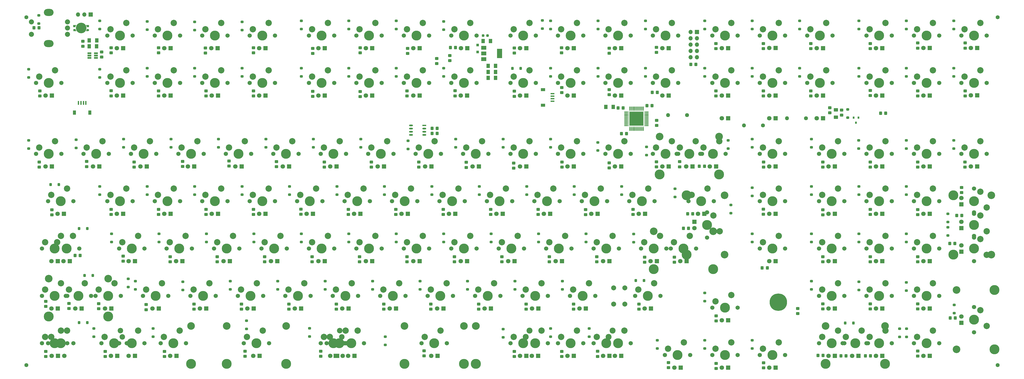
<source format=gbr>
G04 #@! TF.GenerationSoftware,KiCad,Pcbnew,(6.0.5)*
G04 #@! TF.CreationDate,2022-06-06T08:19:00-04:00*
G04 #@! TF.ProjectId,Boston-keyboard-V06-1D,426f7374-6f6e-42d6-9b65-79626f617264,rev?*
G04 #@! TF.SameCoordinates,Original*
G04 #@! TF.FileFunction,Soldermask,Bot*
G04 #@! TF.FilePolarity,Negative*
%FSLAX46Y46*%
G04 Gerber Fmt 4.6, Leading zero omitted, Abs format (unit mm)*
G04 Created by KiCad (PCBNEW (6.0.5)) date 2022-06-06 08:19:00*
%MOMM*%
%LPD*%
G01*
G04 APERTURE LIST*
G04 Aperture macros list*
%AMRoundRect*
0 Rectangle with rounded corners*
0 $1 Rounding radius*
0 $2 $3 $4 $5 $6 $7 $8 $9 X,Y pos of 4 corners*
0 Add a 4 corners polygon primitive as box body*
4,1,4,$2,$3,$4,$5,$6,$7,$8,$9,$2,$3,0*
0 Add four circle primitives for the rounded corners*
1,1,$1+$1,$2,$3*
1,1,$1+$1,$4,$5*
1,1,$1+$1,$6,$7*
1,1,$1+$1,$8,$9*
0 Add four rect primitives between the rounded corners*
20,1,$1+$1,$2,$3,$4,$5,0*
20,1,$1+$1,$4,$5,$6,$7,0*
20,1,$1+$1,$6,$7,$8,$9,0*
20,1,$1+$1,$8,$9,$2,$3,0*%
%AMFreePoly0*
4,1,30,0.525059,0.400000,0.532183,0.397025,0.539142,0.394142,0.539154,0.394113,0.539183,0.394101,0.542091,0.387023,0.545000,0.380000,0.545000,-0.380000,0.539142,-0.394142,0.525000,-0.400000,-0.650000,-0.400000,-0.664142,-0.394142,-0.670000,-0.380000,-0.664142,-0.365858,-0.655245,-0.362173,-0.655309,-0.362083,-0.652804,-0.346982,-0.648525,-0.343921,-0.554181,-0.175756,-0.473638,0.004780,
-0.409952,0.191928,-0.364797,0.379387,-0.365041,0.380580,-0.365871,0.382599,-0.365592,0.383267,-0.365853,0.384541,-0.363693,0.387815,-0.359972,0.396724,-0.345813,0.402541,0.525059,0.400000,0.525059,0.400000,$1*%
%AMFreePoly1*
4,1,34,0.539142,0.394142,0.545000,0.380000,0.545000,-0.380000,0.542091,-0.387023,0.539183,-0.394101,0.539154,-0.394113,0.539142,-0.394142,0.532183,-0.397025,0.525059,-0.400000,-0.345813,-0.402541,-0.359972,-0.396724,-0.365871,-0.382599,-0.363699,-0.377313,-0.368760,-0.369759,-0.367711,-0.364454,-0.414942,-0.174744,-0.481229,0.014483,-0.564791,0.196743,-0.661662,0.364831,-0.664142,0.365858,
-0.665002,0.367933,-0.666846,0.369219,-0.667839,0.374782,-0.670000,0.380000,-0.669140,0.382076,-0.669535,0.384289,-0.666303,0.388925,-0.664142,0.394142,-0.662067,0.395002,-0.660781,0.396846,-0.655218,0.397839,-0.650000,0.400000,0.525000,0.400000,0.539142,0.394142,0.539142,0.394142,$1*%
%AMFreePoly2*
4,1,33,0.319736,0.407785,0.429772,0.357533,0.521194,0.278316,0.586594,0.176551,0.620674,0.060484,0.620674,-0.060484,0.586594,-0.176551,0.521194,-0.278316,0.429772,-0.357533,0.319736,-0.407785,0.199999,-0.425000,-0.575001,-0.424979,-0.592678,-0.417657,-0.600000,-0.399978,-0.592678,-0.382301,-0.590148,-0.381253,-0.588853,-0.372454,-0.584377,-0.369127,-0.488092,-0.190005,-0.406501,0.001887,
-0.342723,0.200411,-0.298808,0.397122,-0.300000,0.400000,-0.299129,0.402104,-0.299623,0.404329,-0.295567,0.410704,-0.292678,0.417678,-0.290574,0.418549,-0.289351,0.420472,-0.281976,0.422110,-0.275000,0.425000,0.200000,0.425000,0.319736,0.407785,0.319736,0.407785,$1*%
G04 Aperture macros list end*
%ADD10R,1.800000X1.800000*%
%ADD11C,1.800000*%
%ADD12R,2.200000X1.800000*%
%ADD13C,0.800000*%
%ADD14C,7.000000*%
%ADD15C,1.600000*%
%ADD16O,1.600000X1.600000*%
%ADD17C,1.596000*%
%ADD18C,2.000000*%
%ADD19R,1.700000X1.700000*%
%ADD20O,1.700000X1.700000*%
%ADD21O,2.768600X1.651000*%
%ADD22C,1.016000*%
%ADD23C,2.032000*%
%ADD24O,3.900000X2.799999*%
%ADD25RoundRect,0.249999X-0.325001X-0.450001X0.325001X-0.450001X0.325001X0.450001X-0.325001X0.450001X0*%
%ADD26RoundRect,0.250000X-0.350000X0.250000X-0.350000X-0.250000X0.350000X-0.250000X0.350000X0.250000X0*%
%ADD27C,3.987800*%
%ADD28C,1.701800*%
%ADD29C,2.540000*%
%ADD30RoundRect,0.249999X0.325001X0.450001X-0.325001X0.450001X-0.325001X-0.450001X0.325001X-0.450001X0*%
%ADD31RoundRect,0.249999X-0.450001X0.325001X-0.450001X-0.325001X0.450001X-0.325001X0.450001X0.325001X0*%
%ADD32C,3.048000*%
%ADD33RoundRect,0.250001X-0.462499X-0.624999X0.462499X-0.624999X0.462499X0.624999X-0.462499X0.624999X0*%
%ADD34RoundRect,0.250000X0.250000X0.350000X-0.250000X0.350000X-0.250000X-0.350000X0.250000X-0.350000X0*%
%ADD35RoundRect,0.250000X0.325000X0.450000X-0.325000X0.450000X-0.325000X-0.450000X0.325000X-0.450000X0*%
%ADD36C,2.400000*%
%ADD37RoundRect,0.249999X0.450001X-0.325001X0.450001X0.325001X-0.450001X0.325001X-0.450001X-0.325001X0*%
%ADD38R,2.000000X1.500000*%
%ADD39R,2.000000X3.800000*%
%ADD40R,1.550000X0.600000*%
%ADD41RoundRect,0.300000X0.475000X0.000000X-0.475000X0.000000X-0.475000X0.000000X0.475000X0.000000X0*%
%ADD42RoundRect,0.250000X-0.450000X0.325000X-0.450000X-0.325000X0.450000X-0.325000X0.450000X0.325000X0*%
%ADD43R,1.100000X1.100000*%
%ADD44C,2.200000*%
%ADD45R,1.800000X1.200000*%
%ADD46C,0.500000*%
%ADD47RoundRect,0.237500X0.287500X0.237500X-0.287500X0.237500X-0.287500X-0.237500X0.287500X-0.237500X0*%
%ADD48RoundRect,0.250001X-0.624999X0.462499X-0.624999X-0.462499X0.624999X-0.462499X0.624999X0.462499X0*%
%ADD49O,5.000000X1.701800*%
%ADD50RoundRect,0.250000X0.450000X-0.325000X0.450000X0.325000X-0.450000X0.325000X-0.450000X-0.325000X0*%
%ADD51RoundRect,0.075000X0.662500X0.075000X-0.662500X0.075000X-0.662500X-0.075000X0.662500X-0.075000X0*%
%ADD52RoundRect,0.075000X0.075000X0.662500X-0.075000X0.662500X-0.075000X-0.662500X0.075000X-0.662500X0*%
%ADD53RoundRect,0.250000X-0.325000X-0.450000X0.325000X-0.450000X0.325000X0.450000X-0.325000X0.450000X0*%
%ADD54R,1.560000X0.650000*%
%ADD55R,0.600000X1.550000*%
%ADD56R,1.200000X1.800000*%
%ADD57RoundRect,0.062500X0.375000X0.062500X-0.375000X0.062500X-0.375000X-0.062500X0.375000X-0.062500X0*%
%ADD58RoundRect,0.062500X0.062500X0.375000X-0.062500X0.375000X-0.062500X-0.375000X0.062500X-0.375000X0*%
%ADD59R,5.600000X5.600000*%
%ADD60C,4.250000*%
%ADD61FreePoly0,180.000000*%
%ADD62FreePoly1,180.000000*%
%ADD63FreePoly2,0.000000*%
%ADD64FreePoly1,0.000000*%
%ADD65R,0.800000X0.900000*%
G04 APERTURE END LIST*
D10*
X69657600Y-168280000D03*
D11*
X72197600Y-168280000D03*
D12*
X181420000Y-168280000D03*
D11*
X183960000Y-168280000D03*
D10*
X381595000Y-130180000D03*
D11*
X379055000Y-130180000D03*
D10*
X181570000Y-92080000D03*
D11*
X179030000Y-92080000D03*
D10*
X419695000Y-168280000D03*
D11*
X417155000Y-168280000D03*
D13*
X360749655Y-144793345D03*
X358893500Y-149274500D03*
X361518500Y-146649500D03*
X357037345Y-148505655D03*
X357037345Y-144793345D03*
X358893500Y-144024500D03*
X360749655Y-148505655D03*
D14*
X358893500Y-146649500D03*
D13*
X356268500Y-146649500D03*
D10*
X253007500Y-130180000D03*
D11*
X250467500Y-130180000D03*
D10*
X69657600Y-168280000D03*
D11*
X67117600Y-168280000D03*
D10*
X238720000Y-92080000D03*
D11*
X236180000Y-92080000D03*
D10*
X152995000Y-111130000D03*
D11*
X150455000Y-111130000D03*
D10*
X333970000Y-92080000D03*
D11*
X331430000Y-92080000D03*
D10*
X167282500Y-149230000D03*
D11*
X164742500Y-149230000D03*
D10*
X233957500Y-63505000D03*
D11*
X231417500Y-63505000D03*
D10*
X338732500Y-153992500D03*
D11*
X336192500Y-153992500D03*
D10*
X419695000Y-92080000D03*
D11*
X417155000Y-92080000D03*
D10*
X438745000Y-44429600D03*
D11*
X436205000Y-44429600D03*
D10*
X114895000Y-63505000D03*
D11*
X112355000Y-63505000D03*
D10*
X195857500Y-44455000D03*
D11*
X193317500Y-44455000D03*
D10*
X114895000Y-111130000D03*
D11*
X112355000Y-111130000D03*
D10*
X400645000Y-63530400D03*
D11*
X398105000Y-63530400D03*
D10*
X419695000Y-44429600D03*
D11*
X417155000Y-44429600D03*
D10*
X381595000Y-149230000D03*
D11*
X379055000Y-149230000D03*
D10*
X276820000Y-168280000D03*
D11*
X274280000Y-168280000D03*
D10*
X233995600Y-44455000D03*
D11*
X231455600Y-44455000D03*
D10*
X432395000Y-107320000D03*
D11*
X432395000Y-104780000D03*
D10*
X138707500Y-130180000D03*
D11*
X136167500Y-130180000D03*
D10*
X210145000Y-111130000D03*
D11*
X207605000Y-111130000D03*
D10*
X314915000Y-92062500D03*
D11*
X312375000Y-92062500D03*
D10*
X257770000Y-44455000D03*
D11*
X255230000Y-44455000D03*
D10*
X329207500Y-111130000D03*
D11*
X326667500Y-111130000D03*
D10*
X67270000Y-92080000D03*
D11*
X64730000Y-92080000D03*
D10*
X357782500Y-111130000D03*
D11*
X355242500Y-111130000D03*
D10*
X91082500Y-149230000D03*
D11*
X88542500Y-149230000D03*
D10*
X381595000Y-92080000D03*
D11*
X379055000Y-92080000D03*
D10*
X119657500Y-130180000D03*
D11*
X117117500Y-130180000D03*
D10*
X419695000Y-149230000D03*
D11*
X417155000Y-149230000D03*
D10*
X257770000Y-63505000D03*
D11*
X255230000Y-63505000D03*
D10*
X314920000Y-63500000D03*
D11*
X312380000Y-63500000D03*
D10*
X438745000Y-63479600D03*
D11*
X436205000Y-63479600D03*
D10*
X338732500Y-72712500D03*
D11*
X336192500Y-72712500D03*
D10*
X432395000Y-116845000D03*
D11*
X432395000Y-114305000D03*
D10*
X219670000Y-92080000D03*
D11*
X217130000Y-92080000D03*
D10*
X69651250Y-130180000D03*
D11*
X67111250Y-130180000D03*
D10*
X114895000Y-44455000D03*
D11*
X112355000Y-44455000D03*
D10*
X432395000Y-154945000D03*
D11*
X432395000Y-152405000D03*
D10*
X152995000Y-44455000D03*
D11*
X150455000Y-44455000D03*
D10*
X205382500Y-149230000D03*
D11*
X202842500Y-149230000D03*
D10*
X214907500Y-44455000D03*
D11*
X212367500Y-44455000D03*
D10*
X105370000Y-92080000D03*
D11*
X102830000Y-92080000D03*
D10*
X295870000Y-63505000D03*
D11*
X293330000Y-63505000D03*
D15*
X352700000Y-75600000D03*
D16*
X345080000Y-75600000D03*
D10*
X338745200Y-44455000D03*
D11*
X336205200Y-44455000D03*
D10*
X200620000Y-92080000D03*
D11*
X198080000Y-92080000D03*
D10*
X419695000Y-63530400D03*
D11*
X417155000Y-63530400D03*
D10*
X93463750Y-168280000D03*
D11*
X90923750Y-168280000D03*
D10*
X438745000Y-92080000D03*
D11*
X436205000Y-92080000D03*
D10*
X186332500Y-149230000D03*
D11*
X183792500Y-149230000D03*
D10*
X276820000Y-92080000D03*
D11*
X274280000Y-92080000D03*
D12*
X181570000Y-168280000D03*
D11*
X179030000Y-168280000D03*
D10*
X357782500Y-130180000D03*
D11*
X355242500Y-130180000D03*
D17*
X447000000Y-32000000D03*
D10*
X357782500Y-72712500D03*
D11*
X355242500Y-72712500D03*
D10*
X338732500Y-63500000D03*
D11*
X336192500Y-63500000D03*
D10*
X95845000Y-63505000D03*
D11*
X93305000Y-63505000D03*
D10*
X176807500Y-44455000D03*
D11*
X174267500Y-44455000D03*
D10*
X172045000Y-111130000D03*
D11*
X169505000Y-111130000D03*
D10*
X176807500Y-63505000D03*
D11*
X174267500Y-63505000D03*
D10*
X176807500Y-130180000D03*
D11*
X174267500Y-130180000D03*
D10*
X381595000Y-168280000D03*
D11*
X379055000Y-168280000D03*
D10*
X276820000Y-63505000D03*
D11*
X274280000Y-63505000D03*
D10*
X325238750Y-114305000D03*
D11*
X325238750Y-116845000D03*
D18*
X292750000Y-147400000D03*
X292750000Y-140900000D03*
X297250000Y-140900000D03*
X297250000Y-147400000D03*
D10*
X100594800Y-168305400D03*
D11*
X98054800Y-168305400D03*
D10*
X69651250Y-149230000D03*
D11*
X67111250Y-149230000D03*
D10*
X400645000Y-130180000D03*
D11*
X398105000Y-130180000D03*
D10*
X150609000Y-168262000D03*
D11*
X148069000Y-168262000D03*
D10*
X222060000Y-168265000D03*
D11*
X219520000Y-168265000D03*
D10*
X162520000Y-92080000D03*
D11*
X159980000Y-92080000D03*
D10*
X248245000Y-111130000D03*
D11*
X245705000Y-111130000D03*
D10*
X400645000Y-149230000D03*
D11*
X398105000Y-149230000D03*
D10*
X400645000Y-92080000D03*
D11*
X398105000Y-92080000D03*
D19*
X82825000Y-30950000D03*
D20*
X80285000Y-30950000D03*
X77745000Y-30950000D03*
D10*
X95845000Y-44455000D03*
D11*
X93305000Y-44455000D03*
D17*
X57000000Y-172000000D03*
D10*
X257770000Y-92080000D03*
D11*
X255230000Y-92080000D03*
D10*
X291094800Y-168280000D03*
D11*
X288554800Y-168280000D03*
D10*
X157757500Y-130180000D03*
D11*
X155217500Y-130180000D03*
D10*
X191095000Y-111130000D03*
D11*
X188555000Y-111130000D03*
D10*
X400645000Y-44480400D03*
D11*
X398105000Y-44480400D03*
D10*
X110132500Y-149230000D03*
D11*
X107592500Y-149230000D03*
D10*
X67270000Y-63530400D03*
D11*
X64730000Y-63530400D03*
D10*
X357800000Y-63500000D03*
D11*
X355260000Y-63500000D03*
D10*
X319682500Y-173042500D03*
D11*
X317142500Y-173042500D03*
D10*
X262519800Y-168254600D03*
D11*
X259979800Y-168254600D03*
D10*
X295870000Y-168280000D03*
D11*
X293330000Y-168280000D03*
D10*
X322063750Y-130180000D03*
D11*
X319523750Y-130180000D03*
D10*
X276820000Y-44455000D03*
D11*
X274280000Y-44455000D03*
D10*
X357782500Y-92080000D03*
D11*
X355242500Y-92080000D03*
D10*
X224432500Y-149230000D03*
D11*
X221892500Y-149230000D03*
D10*
X229195000Y-111130000D03*
D11*
X226655000Y-111130000D03*
D10*
X357782500Y-173042500D03*
D11*
X355242500Y-173042500D03*
D10*
X133818000Y-44455000D03*
D11*
X131278000Y-44455000D03*
D17*
X57000000Y-32000000D03*
D10*
X262532500Y-149230000D03*
D11*
X259992500Y-149230000D03*
D10*
X432395000Y-126370000D03*
D11*
X432395000Y-123830000D03*
D10*
X188707400Y-168280000D03*
D11*
X186167400Y-168280000D03*
D10*
X324445000Y-92080000D03*
D11*
X321905000Y-92080000D03*
D10*
X100607500Y-130180000D03*
D11*
X98067500Y-130180000D03*
D10*
X376832500Y-63500000D03*
D11*
X374292500Y-63500000D03*
D10*
X419695000Y-130180000D03*
D11*
X417155000Y-130180000D03*
D10*
X419695000Y-111130000D03*
D11*
X417155000Y-111130000D03*
D10*
X72032500Y-111130000D03*
D11*
X69492500Y-111130000D03*
D10*
X291107500Y-130180000D03*
D11*
X288567500Y-130180000D03*
D10*
X338732500Y-173042500D03*
D11*
X336192500Y-173042500D03*
D10*
X286345000Y-111130000D03*
D11*
X283805000Y-111130000D03*
D21*
X66000000Y-30125000D03*
D22*
X59000000Y-38875000D03*
X73500000Y-33875000D03*
X73500000Y-38875000D03*
X73500000Y-36375000D03*
D21*
X66000000Y-42625000D03*
D22*
X59000000Y-33875000D03*
D23*
X73500000Y-38875000D03*
X73500000Y-33875000D03*
X73500000Y-36375000D03*
D24*
X66000000Y-30125000D03*
X66000000Y-42625000D03*
D23*
X59000000Y-38875000D03*
X59000000Y-33875000D03*
D10*
X307776250Y-149230000D03*
D11*
X305236250Y-149230000D03*
D10*
X152995000Y-63505000D03*
D11*
X150455000Y-63505000D03*
D10*
X272057500Y-130180000D03*
D11*
X269517500Y-130180000D03*
D10*
X124420000Y-92080000D03*
D11*
X121880000Y-92080000D03*
D10*
X233957500Y-130180000D03*
D11*
X231417500Y-130180000D03*
D10*
X117282600Y-168280000D03*
D11*
X114742600Y-168280000D03*
D10*
X314920000Y-44455000D03*
D11*
X312380000Y-44455000D03*
D10*
X257770000Y-168280000D03*
D11*
X255230000Y-168280000D03*
D10*
X133945000Y-63505000D03*
D11*
X131405000Y-63505000D03*
D10*
X129182500Y-149230000D03*
D11*
X126642500Y-149230000D03*
D10*
X305395000Y-111130000D03*
D11*
X302855000Y-111130000D03*
D10*
X295870000Y-44455000D03*
D11*
X293330000Y-44455000D03*
D15*
X370000000Y-72700000D03*
D16*
X362380000Y-72700000D03*
D10*
X214907500Y-130180000D03*
D11*
X212367500Y-130180000D03*
D10*
X79176250Y-149230000D03*
D11*
X76636250Y-149230000D03*
D10*
X400645000Y-168280000D03*
D11*
X398105000Y-168280000D03*
D10*
X281582500Y-149230000D03*
D11*
X279042500Y-149230000D03*
D10*
X357782500Y-44429600D03*
D11*
X355242500Y-44429600D03*
D10*
X143470000Y-92080000D03*
D11*
X140930000Y-92080000D03*
D10*
X391120000Y-168280000D03*
D11*
X388580000Y-168280000D03*
D10*
X310157500Y-130180000D03*
D11*
X307617500Y-130180000D03*
D10*
X295870000Y-92080000D03*
D11*
X293330000Y-92080000D03*
D10*
X95845000Y-111130000D03*
D11*
X93305000Y-111130000D03*
D19*
X326250000Y-38000000D03*
D20*
X323710000Y-38000000D03*
X326250000Y-40540000D03*
X323710000Y-40540000D03*
X326250000Y-43080000D03*
X323710000Y-43080000D03*
X326250000Y-45620000D03*
X323710000Y-45620000D03*
X326250000Y-48160000D03*
X323710000Y-48160000D03*
D10*
X74413750Y-130180000D03*
D11*
X71873750Y-130180000D03*
D10*
X214907500Y-63505000D03*
D11*
X212367500Y-63505000D03*
D10*
X376832500Y-72712500D03*
D11*
X374292500Y-72712500D03*
D15*
X322220000Y-71400000D03*
D16*
X314600000Y-71400000D03*
D10*
X376832500Y-44480400D03*
D11*
X374292500Y-44480400D03*
D10*
X86320000Y-92080000D03*
D11*
X83780000Y-92080000D03*
D10*
X267295000Y-111130000D03*
D11*
X264755000Y-111130000D03*
D10*
X243482500Y-149230000D03*
D11*
X240942500Y-149230000D03*
D10*
X133945000Y-111130000D03*
D11*
X131405000Y-111130000D03*
D10*
X195857500Y-130180000D03*
D11*
X193317500Y-130180000D03*
D10*
X381595000Y-111130000D03*
D11*
X379055000Y-111130000D03*
D17*
X447000000Y-172000000D03*
D10*
X148232500Y-149230000D03*
D11*
X145692500Y-149230000D03*
D10*
X195857500Y-63505000D03*
D11*
X193317500Y-63505000D03*
D10*
X400645000Y-111130000D03*
D11*
X398105000Y-111130000D03*
D25*
X374855000Y-168121250D03*
X376905000Y-168121250D03*
D26*
X124578750Y-100113750D03*
X124578750Y-103413750D03*
D27*
X275550000Y-87000000D03*
D28*
X280630000Y-87000000D03*
X270470000Y-87000000D03*
D29*
X278090000Y-81920000D03*
X271740000Y-84460000D03*
D30*
X78625000Y-127900000D03*
X76575000Y-127900000D03*
D31*
X148153125Y-109311250D03*
X148153125Y-111361250D03*
D32*
X401788000Y-156215000D03*
D27*
X401788000Y-171455000D03*
D32*
X377912000Y-156215000D03*
D28*
X394930000Y-163200000D03*
X384770000Y-163200000D03*
D27*
X377912000Y-171455000D03*
X389850000Y-163200000D03*
D29*
X392390000Y-158120000D03*
X386040000Y-160660000D03*
D33*
X240412500Y-41625000D03*
X243387500Y-41625000D03*
D26*
X238878750Y-100113750D03*
X238878750Y-103413750D03*
D34*
X255450000Y-52600000D03*
X252150000Y-52600000D03*
D33*
X242412500Y-56425000D03*
X245387500Y-56425000D03*
D35*
X221955000Y-78800000D03*
X219905000Y-78800000D03*
D26*
X97908750Y-137261250D03*
X97908750Y-140561250D03*
D28*
X256817500Y-125100000D03*
D27*
X251737500Y-125100000D03*
D28*
X246657500Y-125100000D03*
D29*
X254277500Y-120020000D03*
X247927500Y-122560000D03*
D31*
X262453125Y-109311250D03*
X262453125Y-111361250D03*
D26*
X286503750Y-52488750D03*
X286503750Y-55788750D03*
D31*
X157440000Y-90102500D03*
X157440000Y-92152500D03*
D28*
X413345000Y-163200000D03*
X423505000Y-163200000D03*
D27*
X418425000Y-163200000D03*
D29*
X420965000Y-158120000D03*
X414615000Y-160660000D03*
D31*
X67220000Y-109470000D03*
X67220000Y-111520000D03*
X252690000Y-90737500D03*
X252690000Y-92787500D03*
D28*
X261580000Y-163200000D03*
D27*
X256500000Y-163200000D03*
D28*
X251420000Y-163200000D03*
D36*
X259040000Y-158120000D03*
D29*
X252690000Y-160660000D03*
D37*
X290975000Y-46500000D03*
X290975000Y-44450000D03*
D31*
X190777500Y-128361250D03*
X190777500Y-130411250D03*
D26*
X224591250Y-52488750D03*
X224591250Y-55788750D03*
D37*
X252925000Y-46450000D03*
X252925000Y-44400000D03*
D31*
X276740625Y-147411250D03*
X276740625Y-149461250D03*
D28*
X99655000Y-58425000D03*
X89495000Y-58425000D03*
D27*
X94575000Y-58425000D03*
D29*
X97115000Y-53345000D03*
X90765000Y-55885000D03*
D28*
X299045000Y-106050000D03*
X309205000Y-106050000D03*
D27*
X304125000Y-106050000D03*
D29*
X306665000Y-100970000D03*
X300315000Y-103510000D03*
D38*
X240650000Y-48925000D03*
X240650000Y-46625000D03*
D39*
X246950000Y-46625000D03*
D38*
X240650000Y-44325000D03*
D26*
X276978750Y-100113750D03*
X276978750Y-103413750D03*
D28*
X218717500Y-39375000D03*
D27*
X213637500Y-39375000D03*
D28*
X208557500Y-39375000D03*
D29*
X216177500Y-34295000D03*
X209827500Y-36835000D03*
D31*
X414853125Y-61686250D03*
X414853125Y-63736250D03*
D26*
X348416250Y-81063750D03*
X348416250Y-84363750D03*
D31*
X171727500Y-128361250D03*
X171727500Y-130411250D03*
D33*
X242412500Y-54025000D03*
X245387500Y-54025000D03*
D31*
X209827500Y-128361250D03*
X209827500Y-130411250D03*
D26*
X57903750Y-52965000D03*
X57903750Y-56265000D03*
D40*
X216800000Y-75585000D03*
D41*
X216800000Y-76855000D03*
X216800000Y-78125000D03*
X216800000Y-79395000D03*
X211400000Y-79395000D03*
X211400000Y-78125000D03*
X211400000Y-76855000D03*
X211400000Y-75585000D03*
D28*
X437475000Y-111130000D03*
D27*
X437475000Y-106050000D03*
D28*
X437475000Y-100970000D03*
D29*
X442555000Y-108590000D03*
X440015000Y-102240000D03*
D42*
X87200000Y-46000000D03*
X87200000Y-48050000D03*
D28*
X342542500Y-58425000D03*
X332382500Y-58425000D03*
D27*
X337462500Y-58425000D03*
D29*
X340002500Y-53345000D03*
X333652500Y-55885000D03*
D28*
X351432500Y-125100000D03*
D27*
X356512500Y-125100000D03*
D28*
X361592500Y-125100000D03*
D29*
X359052500Y-120020000D03*
X352702500Y-122560000D03*
D26*
X348416250Y-33438750D03*
X348416250Y-36738750D03*
D28*
X351432500Y-106050000D03*
X361592500Y-106050000D03*
D27*
X356512500Y-106050000D03*
D29*
X359052500Y-100970000D03*
X352702500Y-103510000D03*
D26*
X76953750Y-81318750D03*
X76953750Y-84618750D03*
D31*
X243403125Y-109311250D03*
X243403125Y-111361250D03*
D26*
X115053750Y-81063750D03*
X115053750Y-84363750D03*
D31*
X152677500Y-128361250D03*
X152677500Y-130411250D03*
X352940625Y-42636250D03*
X352940625Y-44686250D03*
D43*
X238150000Y-43225000D03*
X238150000Y-46025000D03*
D26*
X205541250Y-52488750D03*
X205541250Y-55788750D03*
D33*
X82262500Y-41325000D03*
X85237500Y-41325000D03*
D27*
X418425000Y-125100000D03*
D28*
X423505000Y-125100000D03*
X413345000Y-125100000D03*
D29*
X420965000Y-120020000D03*
X414615000Y-122560000D03*
D28*
X97273750Y-163200000D03*
D27*
X92193750Y-163200000D03*
D28*
X87113750Y-163200000D03*
D44*
X94733750Y-158120000D03*
D29*
X88383750Y-160660000D03*
D27*
X89844250Y-152405000D03*
D28*
X72826250Y-144150000D03*
D32*
X89844250Y-137165000D03*
D28*
X82986250Y-144150000D03*
D32*
X65968250Y-137165000D03*
D27*
X77906250Y-144150000D03*
X65968250Y-152405000D03*
D29*
X80446250Y-139070000D03*
X74096250Y-141610000D03*
D26*
X243641250Y-119163750D03*
X243641250Y-122463750D03*
D28*
X142517500Y-125100000D03*
D27*
X137437500Y-125100000D03*
D28*
X132357500Y-125100000D03*
D29*
X139977500Y-120020000D03*
X133627500Y-122560000D03*
D31*
X433903125Y-42398125D03*
X433903125Y-44448125D03*
D27*
X294600000Y-39375000D03*
D28*
X299680000Y-39375000D03*
X289520000Y-39375000D03*
D29*
X297140000Y-34295000D03*
X290790000Y-36835000D03*
D31*
X219352500Y-147411250D03*
X219352500Y-149461250D03*
D27*
X327937500Y-106050000D03*
D28*
X322857500Y-106050000D03*
X333017500Y-106050000D03*
D29*
X330477500Y-100970000D03*
X324127500Y-103510000D03*
D27*
X127912500Y-144150000D03*
D28*
X132992500Y-144150000D03*
X122832500Y-144150000D03*
D29*
X130452500Y-139070000D03*
X124102500Y-141610000D03*
D37*
X271900000Y-46375000D03*
X271900000Y-44325000D03*
D26*
X329366250Y-33438750D03*
X329366250Y-36738750D03*
D27*
X261262500Y-144150000D03*
D28*
X266342500Y-144150000D03*
X256182500Y-144150000D03*
D29*
X263802500Y-139070000D03*
X257452500Y-141610000D03*
D27*
X68381250Y-144150000D03*
D28*
X63301250Y-144150000D03*
X73461250Y-144150000D03*
D29*
X70921250Y-139070000D03*
X64571250Y-141610000D03*
D28*
X208557500Y-125100000D03*
X218717500Y-125100000D03*
D27*
X213637500Y-125100000D03*
D29*
X216177500Y-120020000D03*
X209827500Y-122560000D03*
D26*
X172203750Y-81063750D03*
X172203750Y-84363750D03*
D27*
X180300000Y-87000000D03*
D28*
X175220000Y-87000000D03*
X185380000Y-87000000D03*
D29*
X182840000Y-81920000D03*
X176490000Y-84460000D03*
D31*
X302934375Y-147411250D03*
X302934375Y-149461250D03*
D27*
X332731964Y-133355000D03*
X308855964Y-133355000D03*
D28*
X325873964Y-125100000D03*
X315713964Y-125100000D03*
D32*
X332731964Y-118115000D03*
D27*
X320793964Y-125100000D03*
D32*
X308855964Y-118115000D03*
D29*
X323333964Y-120020000D03*
X316983964Y-122560000D03*
D31*
X81240000Y-90075000D03*
X81240000Y-92125000D03*
D26*
X219828750Y-100113750D03*
X219828750Y-103413750D03*
D28*
X289520000Y-87000000D03*
D27*
X294600000Y-87000000D03*
D28*
X299680000Y-87000000D03*
D29*
X297140000Y-81920000D03*
X290790000Y-84460000D03*
D31*
X228877500Y-128361250D03*
X228877500Y-130411250D03*
D42*
X309950000Y-90165000D03*
X309950000Y-92215000D03*
D27*
X151725000Y-58425000D03*
D28*
X156805000Y-58425000D03*
X146645000Y-58425000D03*
D29*
X154265000Y-53345000D03*
X147915000Y-55885000D03*
D31*
X110053125Y-109311250D03*
X110053125Y-111361250D03*
D28*
X199667500Y-125100000D03*
D27*
X194587500Y-125100000D03*
D28*
X189507500Y-125100000D03*
D29*
X197127500Y-120020000D03*
X190777500Y-122560000D03*
D31*
X333900000Y-171325000D03*
X333900000Y-173375000D03*
X138390000Y-89857500D03*
X138390000Y-91907500D03*
D26*
X57903750Y-81540000D03*
X57903750Y-84840000D03*
D31*
X64800000Y-146300000D03*
X64800000Y-148350000D03*
D28*
X251420160Y-39375000D03*
X261580160Y-39375000D03*
D27*
X256500160Y-39375000D03*
D29*
X259040160Y-34295000D03*
X252690160Y-36835000D03*
D31*
X414850000Y-166325000D03*
X414850000Y-168375000D03*
D26*
X167441250Y-119163750D03*
X167441250Y-122463750D03*
D27*
X218400000Y-87000000D03*
D28*
X223480000Y-87000000D03*
X213320000Y-87000000D03*
D29*
X220940000Y-81920000D03*
X214590000Y-84460000D03*
D28*
X442555000Y-87000000D03*
D27*
X437475000Y-87000000D03*
D28*
X432395000Y-87000000D03*
D29*
X440015000Y-81920000D03*
X433665000Y-84460000D03*
D34*
X304950000Y-137925000D03*
X301650000Y-137925000D03*
D37*
X110053125Y-46353125D03*
X110053125Y-44303125D03*
D26*
X410328750Y-100113750D03*
X410328750Y-103413750D03*
D25*
X320800625Y-116924375D03*
X322850625Y-116924375D03*
D35*
X296625000Y-68500000D03*
X294575000Y-68500000D03*
D37*
X210060000Y-46630000D03*
X210060000Y-44580000D03*
D28*
X108545000Y-106050000D03*
D27*
X113625000Y-106050000D03*
D28*
X118705000Y-106050000D03*
D29*
X116165000Y-100970000D03*
X109815000Y-103510000D03*
D31*
X352940625Y-109238750D03*
X352940625Y-111288750D03*
D28*
X284757500Y-163200000D03*
X294917500Y-163200000D03*
D27*
X289837500Y-163200000D03*
D36*
X292377500Y-158120000D03*
D29*
X286027500Y-160660000D03*
D27*
X189825000Y-106050000D03*
D28*
X194905000Y-106050000D03*
X184745000Y-106050000D03*
D29*
X192365000Y-100970000D03*
X186015000Y-103510000D03*
D26*
X61975000Y-31275000D03*
X61975000Y-34575000D03*
D31*
X281503125Y-109383750D03*
X281503125Y-111433750D03*
D28*
X113942500Y-144150000D03*
X103782500Y-144150000D03*
D27*
X108862500Y-144150000D03*
D29*
X111402500Y-139070000D03*
X105052500Y-141610000D03*
D28*
X404455000Y-144150000D03*
D27*
X399375000Y-144150000D03*
D28*
X394295000Y-144150000D03*
D29*
X401915000Y-139070000D03*
X395565000Y-141610000D03*
D31*
X129103125Y-61686250D03*
X129103125Y-63736250D03*
X353020000Y-171075000D03*
X353020000Y-173125000D03*
D28*
X179982500Y-144150000D03*
D27*
X185062500Y-144150000D03*
D28*
X190142500Y-144150000D03*
D29*
X187602500Y-139070000D03*
X181252500Y-141610000D03*
D26*
X367466250Y-33438750D03*
X367466250Y-36738750D03*
D28*
X79970000Y-87000000D03*
X90130000Y-87000000D03*
D27*
X85050000Y-87000000D03*
D29*
X87590000Y-81920000D03*
X81240000Y-84460000D03*
D31*
X95819600Y-128139000D03*
X95819600Y-130189000D03*
D28*
X318730000Y-87000000D03*
D27*
X313650000Y-87000000D03*
D28*
X308570000Y-87000000D03*
D29*
X316190000Y-81920000D03*
X309840000Y-84460000D03*
D26*
X143628750Y-33915000D03*
X143628750Y-37215000D03*
D31*
X352950000Y-90250000D03*
X352950000Y-92300000D03*
X395803125Y-61520625D03*
X395803125Y-63570625D03*
D28*
X128230000Y-87000000D03*
D27*
X123150000Y-87000000D03*
D28*
X118070000Y-87000000D03*
D29*
X125690000Y-81920000D03*
X119340000Y-84460000D03*
D31*
X91003125Y-61613750D03*
X91003125Y-63663750D03*
X333890625Y-42636250D03*
X333890625Y-44686250D03*
D42*
X366700000Y-149200000D03*
X366700000Y-151250000D03*
D26*
X429500000Y-147775000D03*
X429500000Y-151075000D03*
D28*
X413345000Y-87000000D03*
X423505000Y-87000000D03*
D27*
X418425000Y-87000000D03*
D29*
X420965000Y-81920000D03*
X414615000Y-84460000D03*
D27*
X437475000Y-58425000D03*
D28*
X432395000Y-58425000D03*
X442555000Y-58425000D03*
D29*
X440015000Y-53345000D03*
X433665000Y-55885000D03*
D28*
X199667606Y-39375000D03*
D27*
X194587606Y-39375000D03*
D28*
X189507606Y-39375000D03*
D29*
X197127606Y-34295000D03*
X190777606Y-36835000D03*
D31*
X266977500Y-128361250D03*
X266977500Y-130411250D03*
D28*
X404455000Y-39375000D03*
D27*
X399375000Y-39375000D03*
D28*
X394295000Y-39375000D03*
D29*
X401915000Y-34295000D03*
X395565000Y-36835000D03*
D31*
X86002500Y-147252500D03*
X86002500Y-149302500D03*
X414900000Y-147375000D03*
X414900000Y-149425000D03*
D26*
X205541250Y-33438750D03*
X205541250Y-36738750D03*
D31*
X352940625Y-61686250D03*
X352940625Y-63736250D03*
D28*
X385405000Y-163200000D03*
X375245000Y-163200000D03*
D27*
X380325000Y-163200000D03*
D29*
X382865000Y-158120000D03*
X376515000Y-160660000D03*
D27*
X151725000Y-39375000D03*
D28*
X156805000Y-39375000D03*
X146645000Y-39375000D03*
D29*
X154265000Y-34295000D03*
X147915000Y-36835000D03*
D26*
X317460000Y-101066250D03*
X317460000Y-104366250D03*
D31*
X124340625Y-147411250D03*
X124340625Y-149461250D03*
D26*
X124578750Y-52488750D03*
X124578750Y-55788750D03*
D42*
X79675000Y-41700000D03*
X79675000Y-43750000D03*
D26*
X84097500Y-157263750D03*
X84097500Y-160563750D03*
D31*
X229115625Y-61613750D03*
X229115625Y-63663750D03*
D27*
X270787500Y-125100000D03*
D28*
X275867500Y-125100000D03*
X265707500Y-125100000D03*
D29*
X273327500Y-120020000D03*
X266977500Y-122560000D03*
D31*
X333900000Y-152175000D03*
X333900000Y-154225000D03*
D28*
X237767500Y-58425000D03*
X227607500Y-58425000D03*
D27*
X232687500Y-58425000D03*
D29*
X235227500Y-53345000D03*
X228877500Y-55885000D03*
D40*
X268275000Y-65800000D03*
X268275000Y-64800000D03*
X268275000Y-63800000D03*
X268275000Y-62800000D03*
D45*
X264400000Y-67400000D03*
D46*
X265000000Y-67100000D03*
X265000000Y-61500000D03*
X263800000Y-67100000D03*
X265000000Y-67700000D03*
X264400000Y-61500000D03*
X264400000Y-67100000D03*
X263800000Y-60900000D03*
X265000000Y-60900000D03*
X263800000Y-67700000D03*
D45*
X264400000Y-61200000D03*
D46*
X264400000Y-60900000D03*
X264400000Y-67700000D03*
X263800000Y-61500000D03*
D27*
X399375000Y-125100000D03*
D28*
X404455000Y-125100000D03*
X394295000Y-125100000D03*
D29*
X401915000Y-120020000D03*
X395565000Y-122560000D03*
D31*
X62428125Y-61686250D03*
X62428125Y-63736250D03*
D27*
X275550000Y-39375000D03*
D28*
X280630000Y-39375000D03*
X270470000Y-39375000D03*
D29*
X278090000Y-34295000D03*
X271740000Y-36835000D03*
D27*
X337462500Y-148912500D03*
D28*
X342542500Y-148912500D03*
X332382500Y-148912500D03*
D29*
X340002500Y-143832500D03*
X333652500Y-146372500D03*
D31*
X186253125Y-109311250D03*
X186253125Y-111361250D03*
D34*
X81461250Y-117003750D03*
X78161250Y-117003750D03*
D31*
X214590000Y-90261250D03*
X214590000Y-92311250D03*
D26*
X348416250Y-162026250D03*
X348416250Y-165326250D03*
D28*
X209192500Y-144150000D03*
D27*
X204112500Y-144150000D03*
D28*
X199032500Y-144150000D03*
D29*
X206652500Y-139070000D03*
X200302500Y-141610000D03*
D32*
X208843250Y-156215000D03*
X232719250Y-156215000D03*
D28*
X225861250Y-163200000D03*
D27*
X208843250Y-171455000D03*
X220781250Y-163200000D03*
D28*
X215701250Y-163200000D03*
D27*
X232719250Y-171455000D03*
D29*
X223321250Y-158120000D03*
X216971250Y-160660000D03*
D26*
X124578750Y-33915000D03*
X124578750Y-37215000D03*
D47*
X242175000Y-39400000D03*
X240425000Y-39400000D03*
D32*
X337303750Y-127513000D03*
D27*
X330318750Y-115575000D03*
D32*
X337303750Y-103637000D03*
D27*
X322063750Y-127513000D03*
D28*
X330318750Y-120655000D03*
X330318750Y-110495000D03*
D27*
X322063750Y-103637000D03*
D29*
X335398750Y-118115000D03*
X332858750Y-111765000D03*
D31*
X271978125Y-60300000D03*
X271978125Y-62350000D03*
D25*
X427718750Y-123036250D03*
X429768750Y-123036250D03*
D26*
X91241250Y-119163750D03*
X91241250Y-122463750D03*
D25*
X322467500Y-111130000D03*
X324517500Y-111130000D03*
D31*
X433850000Y-90250000D03*
X433850000Y-92300000D03*
D26*
X339900000Y-107550000D03*
X339900000Y-110850000D03*
D28*
X170457500Y-58425000D03*
D27*
X175537500Y-58425000D03*
D28*
X180617500Y-58425000D03*
D29*
X178077500Y-53345000D03*
X171727500Y-55885000D03*
D28*
X437475000Y-120020000D03*
D27*
X437475000Y-125100000D03*
D28*
X437475000Y-130180000D03*
D29*
X442555000Y-127640000D03*
X440015000Y-121290000D03*
D28*
X327620000Y-87000000D03*
D27*
X332700000Y-87000000D03*
D28*
X337780000Y-87000000D03*
D29*
X335240000Y-81920000D03*
X328890000Y-84460000D03*
D26*
X119816250Y-138435000D03*
X119816250Y-141735000D03*
D25*
X352425000Y-132875000D03*
X354475000Y-132875000D03*
D31*
X129103125Y-109311250D03*
X129103125Y-111361250D03*
D28*
X187761250Y-163200000D03*
D27*
X182681250Y-163200000D03*
D28*
X177601250Y-163200000D03*
D29*
X185221250Y-158120000D03*
X178871250Y-160660000D03*
D26*
X296028750Y-100113750D03*
X296028750Y-103413750D03*
D31*
X64809375Y-166461250D03*
X64809375Y-168511250D03*
D26*
X86478750Y-52965000D03*
X86478750Y-56265000D03*
D28*
X170457590Y-39375000D03*
D27*
X175537590Y-39375000D03*
D28*
X180617590Y-39375000D03*
D29*
X178077590Y-34295000D03*
X171727590Y-36835000D03*
D27*
X285075000Y-106050000D03*
D28*
X290155000Y-106050000D03*
X279995000Y-106050000D03*
D29*
X287615000Y-100970000D03*
X281265000Y-103510000D03*
D25*
X308275000Y-62275000D03*
X310325000Y-62275000D03*
D31*
X395803125Y-109311250D03*
X395803125Y-111361250D03*
X317140000Y-128545000D03*
X317140000Y-130595000D03*
D28*
X394295000Y-106050000D03*
D27*
X399375000Y-106050000D03*
D28*
X404455000Y-106050000D03*
D29*
X401915000Y-100970000D03*
X395565000Y-103510000D03*
D26*
X329366250Y-142976250D03*
X329366250Y-146276250D03*
D28*
X118705000Y-39375000D03*
D27*
X113625000Y-39375000D03*
D28*
X108545000Y-39375000D03*
D29*
X116165000Y-34295000D03*
X109815000Y-36835000D03*
D48*
X382000000Y-69312500D03*
X382000000Y-72287500D03*
D28*
X227607500Y-125100000D03*
X237767500Y-125100000D03*
D27*
X232687500Y-125100000D03*
D29*
X235227500Y-120020000D03*
X228877500Y-122560000D03*
D26*
X348416250Y-119163750D03*
X348416250Y-122463750D03*
D28*
X127595000Y-106050000D03*
X137755000Y-106050000D03*
D27*
X132675000Y-106050000D03*
D29*
X135215000Y-100970000D03*
X128865000Y-103510000D03*
D28*
X189507500Y-58425000D03*
X199667500Y-58425000D03*
D27*
X194587500Y-58425000D03*
D29*
X197127500Y-53345000D03*
X190777500Y-55885000D03*
D26*
X429378750Y-52488750D03*
X429378750Y-55788750D03*
D27*
X137405750Y-171455000D03*
D28*
X154423750Y-163200000D03*
D27*
X161281750Y-171455000D03*
D32*
X137405750Y-156215000D03*
X161281750Y-156215000D03*
D27*
X149343750Y-163200000D03*
D28*
X144263750Y-163200000D03*
D29*
X151883750Y-158120000D03*
X145533750Y-160660000D03*
D31*
X171965625Y-61851875D03*
X171965625Y-63901875D03*
X162440625Y-147411250D03*
X162440625Y-149461250D03*
X376753125Y-90261250D03*
X376753125Y-92311250D03*
X247927500Y-128361250D03*
X247927500Y-130411250D03*
D27*
X237450000Y-171455000D03*
D49*
X185380000Y-163200000D03*
D28*
X175220000Y-163200000D03*
D32*
X123150000Y-156215000D03*
D27*
X180300000Y-163200000D03*
D32*
X237450000Y-156215000D03*
D27*
X123150000Y-171455000D03*
D44*
X182840000Y-158120000D03*
D29*
X176490000Y-160660000D03*
D31*
X200540625Y-147411250D03*
X200540625Y-149461250D03*
D26*
X306020000Y-84180000D03*
X306020000Y-87480000D03*
X129341250Y-119163750D03*
X129341250Y-122463750D03*
D28*
X394295000Y-163200000D03*
X404455000Y-163200000D03*
D27*
X399375000Y-163200000D03*
D29*
X401915000Y-158120000D03*
X395565000Y-160660000D03*
D50*
X310030000Y-75560000D03*
X310030000Y-73510000D03*
D31*
X114717200Y-128361250D03*
X114717200Y-130411250D03*
D28*
X160932500Y-144150000D03*
X171092500Y-144150000D03*
D27*
X166012500Y-144150000D03*
D29*
X168552500Y-139070000D03*
X162202500Y-141610000D03*
D27*
X337462500Y-167962500D03*
D28*
X332382500Y-167962500D03*
X342542500Y-167962500D03*
D29*
X340002500Y-162882500D03*
X333652500Y-165422500D03*
D28*
X65682500Y-106050000D03*
D27*
X70762500Y-106050000D03*
D28*
X75842500Y-106050000D03*
D29*
X73302500Y-100970000D03*
X66952500Y-103510000D03*
D31*
X395803125Y-128361250D03*
X395803125Y-130411250D03*
X205303125Y-109311250D03*
X205303125Y-111361250D03*
D37*
X191015625Y-46353125D03*
X191015625Y-44303125D03*
D31*
X333890625Y-61686250D03*
X333890625Y-63736250D03*
D26*
X329366250Y-162026250D03*
X329366250Y-165326250D03*
X372228750Y-100113750D03*
X372228750Y-103413750D03*
D28*
X89495000Y-106050000D03*
X99655000Y-106050000D03*
D27*
X94575000Y-106050000D03*
D29*
X97115000Y-100970000D03*
X90765000Y-103510000D03*
D26*
X338800000Y-81550000D03*
X338800000Y-84850000D03*
D31*
X224353125Y-109311250D03*
X224353125Y-111361250D03*
D27*
X66000000Y-58425000D03*
D28*
X71080000Y-58425000D03*
X60920000Y-58425000D03*
D29*
X68540000Y-53345000D03*
X62190000Y-55885000D03*
D28*
X308570000Y-39375000D03*
D27*
X313650000Y-39375000D03*
D28*
X318730000Y-39375000D03*
D29*
X316190000Y-34295000D03*
X309840000Y-36835000D03*
D26*
X176966250Y-138213750D03*
X176966250Y-141513750D03*
X248403750Y-81063750D03*
X248403750Y-84363750D03*
D28*
X361592500Y-167962500D03*
X351432500Y-167962500D03*
D27*
X356512500Y-167962500D03*
D29*
X359052500Y-162882500D03*
X352702500Y-165422500D03*
D27*
X256500000Y-87000000D03*
D28*
X261580000Y-87000000D03*
X251420000Y-87000000D03*
D29*
X259040000Y-81920000D03*
X252690000Y-84460000D03*
D27*
X94575000Y-39375000D03*
D28*
X89495000Y-39375000D03*
X99655000Y-39375000D03*
D29*
X97115000Y-34295000D03*
X90765000Y-36835000D03*
D26*
X138866250Y-138213750D03*
X138866250Y-141513750D03*
D33*
X289642500Y-68085000D03*
X292617500Y-68085000D03*
D27*
X142200000Y-87000000D03*
D28*
X147280000Y-87000000D03*
X137120000Y-87000000D03*
D29*
X144740000Y-81920000D03*
X138390000Y-84460000D03*
D31*
X286027500Y-128361250D03*
X286027500Y-130411250D03*
X271978125Y-166461250D03*
X271978125Y-168511250D03*
D25*
X384062500Y-168280000D03*
X386112500Y-168280000D03*
D31*
X133627500Y-128361250D03*
X133627500Y-130411250D03*
X105052500Y-147649375D03*
X105052500Y-149699375D03*
D26*
X372228750Y-138213750D03*
X372228750Y-141513750D03*
D31*
X167203125Y-109238750D03*
X167203125Y-111288750D03*
D26*
X305553750Y-33438750D03*
X305553750Y-36738750D03*
D28*
X437475000Y-120655000D03*
D27*
X429220000Y-103637000D03*
D28*
X437475000Y-110495000D03*
D27*
X437475000Y-115575000D03*
D32*
X444460000Y-103637000D03*
X444460000Y-127513000D03*
D27*
X429220000Y-127513000D03*
D29*
X442555000Y-118115000D03*
X440015000Y-111765000D03*
D27*
X356512500Y-58425000D03*
D28*
X361592500Y-58425000D03*
X351432500Y-58425000D03*
D29*
X359052500Y-53345000D03*
X352702500Y-55885000D03*
D31*
X395803125Y-42636250D03*
X395803125Y-44686250D03*
D27*
X223162500Y-144150000D03*
D28*
X228242500Y-144150000D03*
X218082500Y-144150000D03*
D29*
X225702500Y-139070000D03*
X219352500Y-141610000D03*
D26*
X391278750Y-52488750D03*
X391278750Y-55788750D03*
X281741250Y-119163750D03*
X281741250Y-122463750D03*
X286410000Y-82375000D03*
X286410000Y-85675000D03*
D31*
X181490625Y-147411250D03*
X181490625Y-149461250D03*
D28*
X351432500Y-39375000D03*
D27*
X356512500Y-39375000D03*
D28*
X361592500Y-39375000D03*
D29*
X359052500Y-34295000D03*
X352702500Y-36835000D03*
D31*
X432450000Y-100535000D03*
X432450000Y-102585000D03*
D26*
X210250000Y-81775000D03*
X210250000Y-85075000D03*
X348416250Y-52488750D03*
X348416250Y-55788750D03*
D31*
X314790000Y-170990000D03*
X314790000Y-173040000D03*
D26*
X267453750Y-157263750D03*
X267453750Y-160563750D03*
D28*
X63301250Y-125100000D03*
X73461250Y-125100000D03*
D27*
X68381250Y-125100000D03*
D29*
X70921250Y-120020000D03*
X64571250Y-122560000D03*
D26*
X224591250Y-33693750D03*
X224591250Y-36993750D03*
D27*
X275550000Y-163200000D03*
D28*
X270470000Y-163200000D03*
X280630000Y-163200000D03*
D29*
X278090000Y-158120000D03*
X271740000Y-160660000D03*
D31*
X195540000Y-90261250D03*
X195540000Y-92311250D03*
X74096250Y-147173125D03*
X74096250Y-149223125D03*
D28*
X75842500Y-163200000D03*
D27*
X70762500Y-163200000D03*
D28*
X65682500Y-163200000D03*
D29*
X73302500Y-158120000D03*
X66952500Y-160660000D03*
D28*
X121086250Y-163200000D03*
D27*
X116006250Y-163200000D03*
D28*
X110926250Y-163200000D03*
D29*
X118546250Y-158120000D03*
X112196250Y-160660000D03*
D27*
X375562500Y-39375000D03*
D28*
X380642500Y-39375000D03*
X370482500Y-39375000D03*
D29*
X378102500Y-34295000D03*
X371752500Y-36835000D03*
D27*
X437475000Y-39375000D03*
D28*
X432395000Y-39375000D03*
X442555000Y-39375000D03*
D29*
X440015000Y-34295000D03*
X433665000Y-36835000D03*
D28*
X313967500Y-125100000D03*
D27*
X308887500Y-125100000D03*
D28*
X303807500Y-125100000D03*
D29*
X311427500Y-120020000D03*
X305077500Y-122560000D03*
D27*
X399375000Y-87000000D03*
D28*
X394295000Y-87000000D03*
X404455000Y-87000000D03*
D29*
X401915000Y-81920000D03*
X395565000Y-84460000D03*
D26*
X257928750Y-100113750D03*
X257928750Y-103413750D03*
D31*
X143390625Y-147411250D03*
X143390625Y-149461250D03*
D26*
X186491250Y-119163750D03*
X186491250Y-122463750D03*
D28*
X137755000Y-39375000D03*
D27*
X132675000Y-39375000D03*
D28*
X127595000Y-39375000D03*
D29*
X135215000Y-34295000D03*
X128865000Y-36835000D03*
D28*
X84732500Y-144150000D03*
D27*
X89812500Y-144150000D03*
D28*
X94892500Y-144150000D03*
D29*
X92352500Y-139070000D03*
X86002500Y-141610000D03*
D28*
X242530000Y-87000000D03*
X232370000Y-87000000D03*
D27*
X237450000Y-87000000D03*
D29*
X239990000Y-81920000D03*
X233640000Y-84460000D03*
D31*
X371990625Y-61686250D03*
X371990625Y-63736250D03*
X371990625Y-42636250D03*
X371990625Y-44686250D03*
D28*
X342542500Y-39375000D03*
D27*
X337462500Y-39375000D03*
D28*
X332382500Y-39375000D03*
D29*
X340002500Y-34295000D03*
X333652500Y-36835000D03*
D26*
X186491250Y-52488750D03*
X186491250Y-55788750D03*
X391278750Y-119163750D03*
X391278750Y-122463750D03*
D28*
X152042500Y-144150000D03*
D27*
X146962500Y-144150000D03*
D28*
X141882500Y-144150000D03*
D29*
X149502500Y-139070000D03*
X143152500Y-141610000D03*
D26*
X215066250Y-138213750D03*
X215066250Y-141513750D03*
D28*
X423505000Y-144150000D03*
D27*
X418425000Y-144150000D03*
D28*
X413345000Y-144150000D03*
D29*
X420965000Y-139070000D03*
X414615000Y-141610000D03*
D28*
X99020000Y-87000000D03*
D27*
X104100000Y-87000000D03*
D28*
X109180000Y-87000000D03*
D29*
X106640000Y-81920000D03*
X100290000Y-84460000D03*
D31*
X395800000Y-90300000D03*
X395800000Y-92350000D03*
D28*
X71080000Y-87000000D03*
X60920000Y-87000000D03*
D27*
X66000000Y-87000000D03*
D29*
X68540000Y-81920000D03*
X62190000Y-84460000D03*
D31*
X291000000Y-61175000D03*
X291000000Y-63225000D03*
X238640625Y-147411250D03*
X238640625Y-149461250D03*
D33*
X242412500Y-51625000D03*
X245387500Y-51625000D03*
D26*
X348416250Y-100590000D03*
X348416250Y-103890000D03*
D42*
X319325000Y-90150000D03*
X319325000Y-92200000D03*
D31*
X175200000Y-166400000D03*
X175200000Y-168450000D03*
D26*
X391200000Y-81540000D03*
X391200000Y-84840000D03*
D28*
X68063750Y-125100000D03*
D27*
X73143750Y-125100000D03*
D28*
X78223750Y-125100000D03*
D29*
X75683750Y-120020000D03*
X69333750Y-122560000D03*
D31*
X414875000Y-90300000D03*
X414875000Y-92350000D03*
D37*
X171965625Y-46591250D03*
X171965625Y-44541250D03*
D26*
X429378750Y-33438750D03*
X429378750Y-36738750D03*
X196016250Y-138213750D03*
X196016250Y-141513750D03*
D27*
X156487500Y-125100000D03*
D28*
X151407500Y-125100000D03*
X161567500Y-125100000D03*
D29*
X159027500Y-120020000D03*
X152677500Y-122560000D03*
D26*
X283000000Y-157263750D03*
X283000000Y-160563750D03*
D28*
X280630000Y-58425000D03*
X270470000Y-58425000D03*
D27*
X275550000Y-58425000D03*
D29*
X278090000Y-53345000D03*
X271740000Y-55885000D03*
D28*
X170457500Y-125100000D03*
X180617500Y-125100000D03*
D27*
X175537500Y-125100000D03*
D29*
X178077500Y-120020000D03*
X171727500Y-122560000D03*
D26*
X410328750Y-33438750D03*
X410328750Y-36738750D03*
D28*
X423505000Y-106050000D03*
D27*
X418425000Y-106050000D03*
D28*
X413345000Y-106050000D03*
D29*
X420965000Y-100970000D03*
X414615000Y-103510000D03*
D31*
X209827500Y-61686250D03*
X209827500Y-63736250D03*
D28*
X247292500Y-144150000D03*
D27*
X242212500Y-144150000D03*
D28*
X237132500Y-144150000D03*
D29*
X244752500Y-139070000D03*
X238402500Y-141610000D03*
D26*
X410400000Y-157350000D03*
X410400000Y-160650000D03*
D34*
X389050000Y-155100000D03*
X385750000Y-155100000D03*
D28*
X118705000Y-58425000D03*
X108545000Y-58425000D03*
D27*
X113625000Y-58425000D03*
D29*
X116165000Y-53345000D03*
X109815000Y-55885000D03*
D26*
X167441250Y-33438750D03*
X167441250Y-36738750D03*
D51*
X306122500Y-70120000D03*
X306122500Y-70620000D03*
X306122500Y-71120000D03*
X306122500Y-71620000D03*
X306122500Y-72120000D03*
X306122500Y-72620000D03*
X306122500Y-73120000D03*
X306122500Y-73620000D03*
X306122500Y-74120000D03*
X306122500Y-74620000D03*
X306122500Y-75120000D03*
X306122500Y-75620000D03*
D52*
X304710000Y-77032500D03*
X304210000Y-77032500D03*
X303710000Y-77032500D03*
X303210000Y-77032500D03*
X302710000Y-77032500D03*
X302210000Y-77032500D03*
X301710000Y-77032500D03*
X301210000Y-77032500D03*
X300710000Y-77032500D03*
X300210000Y-77032500D03*
X299710000Y-77032500D03*
X299210000Y-77032500D03*
D51*
X297797500Y-75620000D03*
X297797500Y-75120000D03*
X297797500Y-74620000D03*
X297797500Y-74120000D03*
X297797500Y-73620000D03*
X297797500Y-73120000D03*
X297797500Y-72620000D03*
X297797500Y-72120000D03*
X297797500Y-71620000D03*
X297797500Y-71120000D03*
X297797500Y-70620000D03*
X297797500Y-70120000D03*
D52*
X299210000Y-68707500D03*
X299710000Y-68707500D03*
X300210000Y-68707500D03*
X300710000Y-68707500D03*
X301210000Y-68707500D03*
X301710000Y-68707500D03*
X302210000Y-68707500D03*
X302710000Y-68707500D03*
X303210000Y-68707500D03*
X303710000Y-68707500D03*
X304210000Y-68707500D03*
X304710000Y-68707500D03*
D42*
X144820000Y-166390000D03*
X144820000Y-168440000D03*
D26*
X153153750Y-81063750D03*
X153153750Y-84363750D03*
D28*
X256182500Y-163200000D03*
D27*
X261262500Y-163200000D03*
D28*
X266342500Y-163200000D03*
D29*
X263802500Y-158120000D03*
D36*
X257452500Y-160660000D03*
D26*
X200778750Y-100113750D03*
X200778750Y-103413750D03*
X234116250Y-138213750D03*
X234116250Y-141513750D03*
X372228750Y-81063750D03*
X372228750Y-84363750D03*
X391278750Y-138468750D03*
X391278750Y-141768750D03*
D37*
X128865000Y-46425625D03*
X128865000Y-44375625D03*
D28*
X156805000Y-106050000D03*
X146645000Y-106050000D03*
D27*
X151725000Y-106050000D03*
D29*
X154265000Y-100970000D03*
X147915000Y-103510000D03*
D26*
X186491250Y-33438750D03*
X186491250Y-36738750D03*
D27*
X380325000Y-106050000D03*
D28*
X375245000Y-106050000D03*
X385405000Y-106050000D03*
D29*
X382865000Y-100970000D03*
X376515000Y-103510000D03*
D26*
X267453750Y-81063750D03*
X267453750Y-84363750D03*
X110291250Y-119163750D03*
X110291250Y-122463750D03*
D31*
X376753125Y-128361250D03*
X376753125Y-130411250D03*
D28*
X251420000Y-58425000D03*
X261580000Y-58425000D03*
D27*
X256500000Y-58425000D03*
D29*
X259040000Y-53345000D03*
X252690000Y-55885000D03*
D26*
X100766250Y-138213750D03*
X100766250Y-141513750D03*
D42*
X384300000Y-69400000D03*
X384300000Y-71450000D03*
D26*
X372228750Y-119163750D03*
X372228750Y-122463750D03*
D28*
X318730000Y-58425000D03*
X308570000Y-58425000D03*
D27*
X313650000Y-58425000D03*
D29*
X316190000Y-53345000D03*
X309840000Y-55885000D03*
D26*
X429378750Y-81540000D03*
X429378750Y-84840000D03*
X229353750Y-81063750D03*
X229353750Y-84363750D03*
X329366250Y-52488750D03*
X329366250Y-55788750D03*
D28*
X237767500Y-39375000D03*
X227607500Y-39375000D03*
D27*
X232687500Y-39375000D03*
D29*
X235227500Y-34295000D03*
X228877500Y-36835000D03*
D26*
X391278750Y-33438750D03*
X391278750Y-36738750D03*
D31*
X300553125Y-109311250D03*
X300553125Y-111361250D03*
X88621875Y-166461250D03*
X88621875Y-168511250D03*
D27*
X380325000Y-125100000D03*
D28*
X385405000Y-125100000D03*
X375245000Y-125100000D03*
D29*
X382865000Y-120020000D03*
X376515000Y-122560000D03*
D28*
X299680000Y-58425000D03*
D27*
X294600000Y-58425000D03*
D28*
X289520000Y-58425000D03*
D29*
X297140000Y-53345000D03*
X290790000Y-55885000D03*
D28*
X260945000Y-106050000D03*
D27*
X266025000Y-106050000D03*
D28*
X271105000Y-106050000D03*
D29*
X268565000Y-100970000D03*
X262215000Y-103510000D03*
D30*
X432595000Y-111820000D03*
X430545000Y-111820000D03*
D26*
X157916250Y-138213750D03*
X157916250Y-141513750D03*
D34*
X81450000Y-154900000D03*
X78150000Y-154900000D03*
D53*
X219890000Y-76760000D03*
X221940000Y-76760000D03*
D34*
X70031250Y-99382500D03*
X66731250Y-99382500D03*
D28*
X284757500Y-125100000D03*
X294917500Y-125100000D03*
D27*
X289837500Y-125100000D03*
D29*
X292377500Y-120020000D03*
X286027500Y-122560000D03*
D34*
X83650000Y-135900000D03*
X80350000Y-135900000D03*
D27*
X161250000Y-87000000D03*
D28*
X166330000Y-87000000D03*
X156170000Y-87000000D03*
D29*
X163790000Y-81920000D03*
X157440000Y-84460000D03*
D25*
X393905000Y-168280000D03*
X395955000Y-168280000D03*
D31*
X110053125Y-61686250D03*
X110053125Y-63736250D03*
D27*
X99337500Y-125100000D03*
D28*
X104417500Y-125100000D03*
X94257500Y-125100000D03*
D29*
X101877500Y-120020000D03*
X95527500Y-122560000D03*
D26*
X167441250Y-52488750D03*
X167441250Y-55788750D03*
D27*
X375562500Y-58425000D03*
D28*
X380642500Y-58425000D03*
X370482500Y-58425000D03*
D29*
X378102500Y-53345000D03*
X371752500Y-55885000D03*
D53*
X295885000Y-78875000D03*
X297935000Y-78875000D03*
D28*
X113307500Y-125100000D03*
D27*
X118387500Y-125100000D03*
D28*
X123467500Y-125100000D03*
D29*
X120927500Y-120020000D03*
X114577500Y-122560000D03*
D31*
X414853125Y-109383750D03*
X414853125Y-111433750D03*
D26*
X367466250Y-52488750D03*
X367466250Y-55788750D03*
D31*
X305240000Y-128525000D03*
X305240000Y-130575000D03*
X119750000Y-90025000D03*
X119750000Y-92075000D03*
D50*
X379590000Y-70505000D03*
X379590000Y-68455000D03*
D31*
X414853125Y-128361250D03*
X414853125Y-130411250D03*
D35*
X308225000Y-67625000D03*
X306175000Y-67625000D03*
D28*
X252055000Y-106050000D03*
X241895000Y-106050000D03*
D27*
X246975000Y-106050000D03*
D29*
X249515000Y-100970000D03*
X243165000Y-103510000D03*
D27*
X380325000Y-144150000D03*
D28*
X385405000Y-144150000D03*
X375245000Y-144150000D03*
D29*
X382865000Y-139070000D03*
X376515000Y-141610000D03*
D54*
X84971250Y-46521250D03*
X84971250Y-47471250D03*
X84971250Y-48421250D03*
X82271250Y-48421250D03*
X82271250Y-47471250D03*
X82271250Y-46521250D03*
D28*
X413345000Y-39375000D03*
D27*
X418425000Y-39375000D03*
D28*
X423505000Y-39375000D03*
D29*
X420965000Y-34295000D03*
X414615000Y-36835000D03*
D33*
X82237500Y-43725000D03*
X85212500Y-43725000D03*
D26*
X264200000Y-33300000D03*
X264200000Y-36600000D03*
X205541250Y-119163750D03*
X205541250Y-122463750D03*
D27*
X99337500Y-163200000D03*
D28*
X94257500Y-163200000D03*
X104417500Y-163200000D03*
D29*
X101877500Y-158120000D03*
D44*
X95527500Y-160660000D03*
D26*
X386800000Y-69150000D03*
X386800000Y-72450000D03*
D31*
X257690625Y-147411250D03*
X257690625Y-149461250D03*
D26*
X170720000Y-157211000D03*
X170720000Y-160511000D03*
D50*
X221720000Y-50695000D03*
X221720000Y-48645000D03*
D26*
X272216250Y-138213750D03*
X272216250Y-141513750D03*
D31*
X191015625Y-61924375D03*
X191015625Y-63974375D03*
X376753125Y-109476875D03*
X376753125Y-111526875D03*
D26*
X96003750Y-81063750D03*
X96003750Y-84363750D03*
D31*
X252900000Y-61795000D03*
X252900000Y-63845000D03*
D55*
X80900000Y-66500000D03*
X79900000Y-66500000D03*
X78900000Y-66500000D03*
X77900000Y-66500000D03*
D46*
X82200000Y-69775000D03*
X76000000Y-70375000D03*
X82200000Y-70975000D03*
D56*
X76300000Y-70375000D03*
D46*
X76600000Y-70375000D03*
X82200000Y-70375000D03*
X76600000Y-69775000D03*
X82800000Y-69775000D03*
X76600000Y-70975000D03*
X76000000Y-70975000D03*
D56*
X82500000Y-70375000D03*
D46*
X82800000Y-70375000D03*
X76000000Y-69775000D03*
X82800000Y-70975000D03*
D26*
X191253750Y-81063750D03*
X191253750Y-84363750D03*
X253166250Y-138213750D03*
X253166250Y-141513750D03*
X407600000Y-157350000D03*
X407600000Y-160650000D03*
X410328750Y-81540000D03*
X410328750Y-84840000D03*
D28*
X208557500Y-58425000D03*
X218717500Y-58425000D03*
D27*
X213637500Y-58425000D03*
D29*
X216177500Y-53345000D03*
X209827500Y-55885000D03*
D26*
X107910000Y-157263750D03*
X107910000Y-160563750D03*
D28*
X311586250Y-144150000D03*
X301426250Y-144150000D03*
D27*
X306506250Y-144150000D03*
D29*
X309046250Y-139070000D03*
X302696250Y-141610000D03*
D26*
X201100000Y-160575000D03*
X201100000Y-163875000D03*
D37*
X310000000Y-46200000D03*
X310000000Y-44150000D03*
D27*
X132675000Y-58425000D03*
D28*
X137755000Y-58425000D03*
X127595000Y-58425000D03*
D29*
X135215000Y-53345000D03*
X128865000Y-55885000D03*
D31*
X233610000Y-90415000D03*
X233610000Y-92465000D03*
X376800000Y-147375000D03*
X376800000Y-149425000D03*
D26*
X427000000Y-116550000D03*
X427000000Y-119850000D03*
X86478750Y-33438750D03*
X86478750Y-36738750D03*
D31*
X176648750Y-90261250D03*
X176648750Y-92311250D03*
D28*
X275232500Y-144150000D03*
X285392500Y-144150000D03*
D27*
X280312500Y-144150000D03*
D29*
X282852500Y-139070000D03*
X276502500Y-141610000D03*
D26*
X162678750Y-100113750D03*
X162678750Y-103413750D03*
X267453750Y-33438750D03*
X267453750Y-36738750D03*
X410328750Y-52488750D03*
X410328750Y-55788750D03*
D28*
X328255000Y-87000000D03*
D32*
X311237000Y-80015000D03*
D27*
X311237000Y-95255000D03*
D32*
X335113000Y-80015000D03*
D27*
X323175000Y-87000000D03*
D28*
X318095000Y-87000000D03*
D27*
X335113000Y-95255000D03*
D29*
X325715000Y-81920000D03*
X319365000Y-84460000D03*
D28*
X394295000Y-58425000D03*
X404455000Y-58425000D03*
D27*
X399375000Y-58425000D03*
D29*
X401915000Y-53345000D03*
X395565000Y-55885000D03*
D31*
X112434375Y-166461250D03*
X112434375Y-168511250D03*
D35*
X62100000Y-36275000D03*
X60050000Y-36275000D03*
D26*
X224591250Y-119163750D03*
X224591250Y-122463750D03*
D28*
X203795000Y-106050000D03*
D27*
X208875000Y-106050000D03*
D28*
X213955000Y-106050000D03*
D29*
X211415000Y-100970000D03*
X205065000Y-103510000D03*
D57*
X305397500Y-70120000D03*
X305397500Y-70620000D03*
X305397500Y-71120000D03*
X305397500Y-71620000D03*
X305397500Y-72120000D03*
X305397500Y-72620000D03*
X305397500Y-73120000D03*
X305397500Y-73620000D03*
X305397500Y-74120000D03*
X305397500Y-74620000D03*
X305397500Y-75120000D03*
X305397500Y-75620000D03*
D58*
X304710000Y-76307500D03*
X304210000Y-76307500D03*
X303710000Y-76307500D03*
X303210000Y-76307500D03*
X302710000Y-76307500D03*
X302210000Y-76307500D03*
X301710000Y-76307500D03*
X301210000Y-76307500D03*
X300710000Y-76307500D03*
X300210000Y-76307500D03*
X299710000Y-76307500D03*
X299210000Y-76307500D03*
D57*
X298522500Y-75620000D03*
X298522500Y-75120000D03*
X298522500Y-74620000D03*
X298522500Y-74120000D03*
X298522500Y-73620000D03*
X298522500Y-73120000D03*
X298522500Y-72620000D03*
X298522500Y-72120000D03*
X298522500Y-71620000D03*
X298522500Y-71120000D03*
X298522500Y-70620000D03*
X298522500Y-70120000D03*
D58*
X299210000Y-69432500D03*
X299710000Y-69432500D03*
X300210000Y-69432500D03*
X300710000Y-69432500D03*
X301210000Y-69432500D03*
X301710000Y-69432500D03*
X302210000Y-69432500D03*
X302710000Y-69432500D03*
X303210000Y-69432500D03*
X303710000Y-69432500D03*
X304210000Y-69432500D03*
X304710000Y-69432500D03*
D59*
X301960000Y-72870000D03*
D26*
X145373000Y-154117000D03*
X145373000Y-157417000D03*
D27*
X380325000Y-87000000D03*
D28*
X375245000Y-87000000D03*
X385405000Y-87000000D03*
D29*
X382865000Y-81920000D03*
X376515000Y-84460000D03*
D31*
X395850000Y-147375000D03*
X395850000Y-149425000D03*
D26*
X300800000Y-119250000D03*
X300800000Y-122550000D03*
D27*
X237481750Y-171455000D03*
D32*
X137405750Y-156215000D03*
D27*
X187443750Y-163200000D03*
D28*
X182363750Y-163200000D03*
D32*
X237481750Y-156215000D03*
D27*
X137405750Y-171455000D03*
D28*
X192523750Y-163200000D03*
D29*
X189983750Y-158120000D03*
D44*
X183633750Y-160660000D03*
D31*
X252928125Y-166461250D03*
X252928125Y-168511250D03*
D27*
X318412500Y-167962500D03*
D28*
X323492500Y-167962500D03*
X313332500Y-167962500D03*
D29*
X320952500Y-162882500D03*
X314602500Y-165422500D03*
D26*
X105528750Y-100113750D03*
X105528750Y-103413750D03*
D60*
X79000000Y-36375000D03*
D61*
X76333000Y-35575000D03*
D62*
X76358400Y-37175000D03*
D63*
X81565400Y-37175000D03*
D64*
X81641600Y-35575000D03*
D31*
X91003125Y-109311250D03*
X91003125Y-111361250D03*
D53*
X323775000Y-51000000D03*
X325825000Y-51000000D03*
D28*
X437475000Y-158755000D03*
D27*
X445730000Y-141737000D03*
D28*
X437475000Y-148595000D03*
D27*
X437475000Y-153675000D03*
D32*
X430490000Y-165613000D03*
X430490000Y-141737000D03*
D27*
X445730000Y-165613000D03*
D29*
X442555000Y-156215000D03*
X440015000Y-149865000D03*
D31*
X62190000Y-90261250D03*
X62190000Y-92311250D03*
D26*
X181728750Y-100113750D03*
X181728750Y-103413750D03*
D31*
X291050000Y-90595000D03*
X291050000Y-92645000D03*
D50*
X227040000Y-49515000D03*
X227040000Y-47465000D03*
D31*
X286370400Y-166433200D03*
X286370400Y-168483200D03*
D26*
X267453750Y-52488750D03*
X267453750Y-55788750D03*
X310316250Y-162026250D03*
X310316250Y-165326250D03*
X134103750Y-81063750D03*
X134103750Y-84363750D03*
X86478750Y-100090000D03*
X86478750Y-103390000D03*
D42*
X216710000Y-166240000D03*
X216710000Y-168290000D03*
D31*
X272010000Y-90305000D03*
X272010000Y-92355000D03*
X433903125Y-61686250D03*
X433903125Y-63736250D03*
D65*
X389150000Y-72425000D03*
X391050000Y-72425000D03*
X390100000Y-74425000D03*
D31*
X100290000Y-90261250D03*
X100290000Y-92311250D03*
D26*
X148391250Y-119163750D03*
X148391250Y-122463750D03*
D28*
X63301250Y-163200000D03*
D27*
X68381250Y-163200000D03*
D28*
X73461250Y-163200000D03*
D29*
X70921250Y-158120000D03*
X64571250Y-160660000D03*
D26*
X305553750Y-52488750D03*
X305553750Y-55788750D03*
D28*
X351432500Y-87000000D03*
X361592500Y-87000000D03*
D27*
X356512500Y-87000000D03*
D29*
X359052500Y-81920000D03*
X352702500Y-84460000D03*
D26*
X105528750Y-52488750D03*
X105528750Y-55788750D03*
X143628750Y-100113750D03*
X143628750Y-103413750D03*
X262691250Y-119163750D03*
X262691250Y-122463750D03*
X410328750Y-138690000D03*
X410328750Y-141990000D03*
D27*
X199350000Y-87000000D03*
D28*
X194270000Y-87000000D03*
X204430000Y-87000000D03*
D29*
X201890000Y-81920000D03*
X195540000Y-84460000D03*
D37*
X148153125Y-46353125D03*
X148153125Y-44303125D03*
X91003125Y-46353125D03*
X91003125Y-44303125D03*
D31*
X414853125Y-42398125D03*
X414853125Y-44448125D03*
X148153125Y-61686250D03*
X148153125Y-63736250D03*
D28*
X423505000Y-58425000D03*
X413345000Y-58425000D03*
D27*
X418425000Y-58425000D03*
D29*
X420965000Y-53345000D03*
X414615000Y-55885000D03*
D35*
X402025000Y-70625000D03*
X399975000Y-70625000D03*
D53*
X327200000Y-92025000D03*
X329250000Y-92025000D03*
D26*
X248403750Y-157485000D03*
X248403750Y-160785000D03*
D25*
X427925000Y-153050000D03*
X429975000Y-153050000D03*
D26*
X410328750Y-119163750D03*
X410328750Y-122463750D03*
X427000000Y-111150000D03*
X427000000Y-114450000D03*
X391278750Y-100113750D03*
X391278750Y-103413750D03*
X286503750Y-33438750D03*
X286503750Y-36738750D03*
X143628750Y-52488750D03*
X143628750Y-55788750D03*
D28*
X299680000Y-163200000D03*
X289520000Y-163200000D03*
D27*
X294600000Y-163200000D03*
D29*
X297140000Y-158120000D03*
D36*
X290790000Y-160660000D03*
D25*
X227275000Y-44225000D03*
X229325000Y-44225000D03*
D28*
X175855000Y-106050000D03*
D27*
X170775000Y-106050000D03*
D28*
X165695000Y-106050000D03*
D29*
X173315000Y-100970000D03*
X166965000Y-103510000D03*
D26*
X105528750Y-33693750D03*
X105528750Y-36993750D03*
D28*
X222845000Y-106050000D03*
X233005000Y-106050000D03*
D27*
X227925000Y-106050000D03*
D29*
X230465000Y-100970000D03*
X224115000Y-103510000D03*
M02*

</source>
